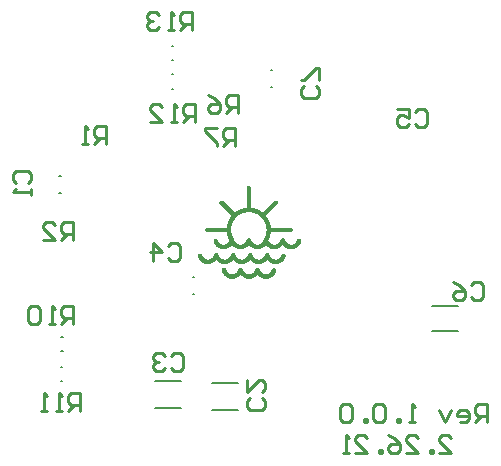
<source format=gbo>
G04*
G04 #@! TF.GenerationSoftware,Altium Limited,Altium Designer,21.0.9 (235)*
G04*
G04 Layer_Color=32896*
%FSLAX25Y25*%
%MOIN*%
G70*
G04*
G04 #@! TF.SameCoordinates,16CFF4CE-520A-4318-93EF-9E40710CEDB3*
G04*
G04*
G04 #@! TF.FilePolarity,Positive*
G04*
G01*
G75*
%ADD13C,0.00787*%
%ADD14C,0.01000*%
G36*
X458018Y364069D02*
X458287D01*
Y364002D01*
X458355D01*
Y363935D01*
X458489D01*
Y363867D01*
Y363800D01*
X458557D01*
Y363732D01*
X458624D01*
Y363665D01*
Y363598D01*
Y363530D01*
X458691D01*
Y363463D01*
Y363396D01*
Y363328D01*
Y363261D01*
Y363193D01*
Y363126D01*
Y363059D01*
Y362991D01*
Y362924D01*
Y362856D01*
Y362789D01*
Y362722D01*
Y362654D01*
Y362587D01*
Y362520D01*
Y362452D01*
Y362385D01*
Y362317D01*
Y362250D01*
Y362183D01*
Y362115D01*
Y362048D01*
Y361981D01*
Y361913D01*
Y361846D01*
Y361778D01*
Y361711D01*
Y361644D01*
Y361576D01*
Y361509D01*
Y361441D01*
Y361374D01*
Y361307D01*
Y361239D01*
Y361172D01*
Y361104D01*
Y361037D01*
Y360970D01*
Y360902D01*
Y360835D01*
Y360768D01*
Y360700D01*
Y360633D01*
Y360565D01*
Y360498D01*
Y360431D01*
Y360363D01*
Y360296D01*
Y360228D01*
Y360161D01*
Y360094D01*
Y360026D01*
Y359959D01*
Y359892D01*
Y359824D01*
Y359757D01*
Y359689D01*
Y359622D01*
Y359555D01*
Y359487D01*
Y359420D01*
Y359352D01*
Y359285D01*
Y359218D01*
Y359150D01*
Y359083D01*
Y359016D01*
Y358948D01*
Y358881D01*
Y358814D01*
Y358746D01*
Y358679D01*
Y358611D01*
Y358544D01*
Y358477D01*
Y358409D01*
Y358342D01*
Y358274D01*
Y358207D01*
Y358140D01*
Y358072D01*
Y358005D01*
Y357938D01*
Y357870D01*
Y357803D01*
Y357735D01*
Y357668D01*
Y357601D01*
Y357533D01*
Y357466D01*
Y357398D01*
Y357331D01*
Y357264D01*
Y357196D01*
Y357129D01*
Y357062D01*
Y356994D01*
Y356927D01*
Y356859D01*
X458961D01*
Y356792D01*
X459365D01*
Y356725D01*
X459702D01*
Y356657D01*
X459972D01*
Y356590D01*
X460174D01*
Y356522D01*
X460376D01*
Y356455D01*
X460578D01*
Y356388D01*
X460780D01*
Y356320D01*
X460915D01*
Y356253D01*
X461050D01*
Y356186D01*
X461185D01*
Y356118D01*
X461319D01*
Y356051D01*
X461454D01*
Y355983D01*
X461589D01*
Y355916D01*
X461724D01*
Y355849D01*
X461791D01*
Y355781D01*
X461926D01*
Y355714D01*
X461993D01*
Y355646D01*
X462128D01*
Y355579D01*
X462263D01*
Y355512D01*
X462330D01*
Y355444D01*
X462397D01*
Y355377D01*
X462465D01*
Y355310D01*
X462600D01*
Y355242D01*
X462667D01*
Y355310D01*
X462734D01*
Y355377D01*
X462802D01*
Y355444D01*
X462869D01*
Y355512D01*
X462936D01*
Y355579D01*
X463004D01*
Y355646D01*
X463071D01*
Y355714D01*
X463139D01*
Y355781D01*
X463206D01*
Y355849D01*
X463273D01*
Y355916D01*
X463341D01*
Y355983D01*
X463408D01*
Y356051D01*
X463476D01*
Y356118D01*
X463543D01*
Y356186D01*
X463610D01*
Y356253D01*
X463678D01*
Y356320D01*
X463745D01*
Y356388D01*
X463812D01*
Y356455D01*
X463880D01*
Y356522D01*
X463947D01*
Y356590D01*
X464015D01*
Y356657D01*
X464082D01*
Y356725D01*
X464149D01*
Y356792D01*
X464217D01*
Y356859D01*
X464284D01*
Y356927D01*
X464352D01*
Y356994D01*
X464419D01*
Y357062D01*
X464486D01*
Y357129D01*
X464554D01*
Y357196D01*
X464621D01*
Y357264D01*
X464688D01*
Y357331D01*
X464756D01*
Y357398D01*
X464823D01*
Y357466D01*
X464891D01*
Y357533D01*
X464958D01*
Y357601D01*
X465025D01*
Y357668D01*
X465093D01*
Y357735D01*
X465160D01*
Y357803D01*
X465228D01*
Y357870D01*
X465295D01*
Y357938D01*
X465362D01*
Y358005D01*
X465430D01*
Y358072D01*
X465497D01*
Y358140D01*
X465564D01*
Y358207D01*
X465632D01*
Y358274D01*
X465699D01*
Y358342D01*
X465767D01*
Y358409D01*
X465834D01*
Y358477D01*
X465901D01*
Y358544D01*
X465969D01*
Y358611D01*
X466036D01*
Y358679D01*
X466104D01*
Y358746D01*
X466171D01*
Y358814D01*
X466238D01*
Y358881D01*
X466306D01*
Y358948D01*
X466373D01*
Y359016D01*
X466440D01*
Y359083D01*
X466575D01*
Y359150D01*
X466643D01*
Y359218D01*
X466845D01*
Y359285D01*
X467114D01*
Y359218D01*
X467316D01*
Y359150D01*
X467451D01*
Y359083D01*
X467519D01*
Y359016D01*
X467586D01*
Y358948D01*
X467653D01*
Y358881D01*
Y358814D01*
X467721D01*
Y358746D01*
Y358679D01*
Y358611D01*
Y358544D01*
X467788D01*
Y358477D01*
X467721D01*
Y358409D01*
Y358342D01*
Y358274D01*
Y358207D01*
X467653D01*
Y358140D01*
Y358072D01*
X467586D01*
Y358005D01*
X467519D01*
Y357938D01*
X467451D01*
Y357870D01*
X467384D01*
Y357803D01*
X467316D01*
Y357735D01*
X467249D01*
Y357668D01*
X467182D01*
Y357601D01*
X467114D01*
Y357533D01*
X467047D01*
Y357466D01*
X466980D01*
Y357398D01*
X466912D01*
Y357331D01*
X466845D01*
Y357264D01*
X466777D01*
Y357196D01*
X466710D01*
Y357129D01*
X466643D01*
Y357062D01*
X466575D01*
Y356994D01*
X466508D01*
Y356927D01*
X466440D01*
Y356859D01*
X466373D01*
Y356792D01*
X466306D01*
Y356725D01*
X466238D01*
Y356657D01*
X466171D01*
Y356590D01*
X466104D01*
Y356522D01*
X466036D01*
Y356455D01*
X465969D01*
Y356388D01*
X465901D01*
Y356320D01*
X465834D01*
Y356253D01*
X465767D01*
Y356186D01*
X465699D01*
Y356118D01*
X465632D01*
Y356051D01*
X465564D01*
Y355983D01*
X465497D01*
Y355916D01*
X465430D01*
Y355849D01*
X465362D01*
Y355781D01*
X465295D01*
Y355714D01*
X465228D01*
Y355646D01*
X465160D01*
Y355579D01*
X465093D01*
Y355512D01*
X465025D01*
Y355444D01*
X464958D01*
Y355377D01*
X464891D01*
Y355310D01*
X464823D01*
Y355242D01*
X464756D01*
Y355175D01*
X464688D01*
Y355107D01*
X464621D01*
Y355040D01*
X464554D01*
Y354973D01*
X464486D01*
Y354905D01*
X464419D01*
Y354838D01*
X464352D01*
Y354770D01*
X464284D01*
Y354703D01*
X464217D01*
Y354636D01*
X464149D01*
Y354568D01*
X464082D01*
Y354501D01*
X464015D01*
Y354434D01*
X463947D01*
Y354366D01*
X463880D01*
Y354299D01*
X463812D01*
Y354231D01*
X463745D01*
Y354164D01*
Y354097D01*
X463812D01*
Y354029D01*
Y353962D01*
X463880D01*
Y353894D01*
X463947D01*
Y353827D01*
X464015D01*
Y353760D01*
Y353692D01*
X464082D01*
Y353625D01*
X464149D01*
Y353558D01*
Y353490D01*
X464217D01*
Y353423D01*
X464284D01*
Y353356D01*
Y353288D01*
X464352D01*
Y353221D01*
Y353153D01*
X464419D01*
Y353086D01*
X464486D01*
Y353019D01*
Y352951D01*
X464554D01*
Y352884D01*
Y352816D01*
X464621D01*
Y352749D01*
Y352682D01*
X464688D01*
Y352614D01*
Y352547D01*
X464756D01*
Y352480D01*
Y352412D01*
X464823D01*
Y352345D01*
Y352277D01*
Y352210D01*
X464891D01*
Y352143D01*
Y352075D01*
Y352008D01*
X464958D01*
Y351940D01*
Y351873D01*
X465025D01*
Y351806D01*
Y351738D01*
Y351671D01*
Y351604D01*
X465093D01*
Y351536D01*
Y351469D01*
Y351401D01*
X465160D01*
Y351334D01*
Y351267D01*
Y351199D01*
Y351132D01*
X465228D01*
Y351064D01*
Y350997D01*
Y350930D01*
Y350862D01*
Y350795D01*
X465295D01*
Y350728D01*
Y350660D01*
Y350593D01*
Y350525D01*
Y350458D01*
Y350391D01*
Y350323D01*
X465362D01*
Y350256D01*
X471898D01*
Y350188D01*
X472168D01*
Y350121D01*
X472235D01*
Y350054D01*
X472370D01*
Y349986D01*
Y349919D01*
X472437D01*
Y349852D01*
X472505D01*
Y349784D01*
Y349717D01*
X472572D01*
Y349649D01*
Y349582D01*
Y349515D01*
Y349447D01*
Y349380D01*
Y349312D01*
Y349245D01*
X472505D01*
Y349178D01*
Y349110D01*
X472437D01*
Y349043D01*
Y348976D01*
X472370D01*
Y348908D01*
X472235D01*
Y348841D01*
X472168D01*
Y348773D01*
X471966D01*
Y348706D01*
X465295D01*
Y348639D01*
Y348571D01*
Y348504D01*
Y348436D01*
Y348369D01*
Y348302D01*
X465228D01*
Y348234D01*
Y348167D01*
Y348100D01*
Y348032D01*
Y347965D01*
X465160D01*
Y347898D01*
Y347830D01*
Y347763D01*
Y347695D01*
X465093D01*
Y347628D01*
Y347561D01*
Y347493D01*
Y347426D01*
X465025D01*
Y347358D01*
Y347291D01*
Y347224D01*
X464958D01*
Y347156D01*
Y347089D01*
Y347022D01*
X464891D01*
Y346954D01*
Y346887D01*
Y346819D01*
X464823D01*
Y346752D01*
Y346685D01*
X464756D01*
Y346617D01*
Y346550D01*
Y346482D01*
X464688D01*
Y346415D01*
Y346348D01*
X464621D01*
Y346280D01*
Y346213D01*
X464554D01*
Y346146D01*
Y346078D01*
X464486D01*
Y346011D01*
Y345943D01*
Y345876D01*
X464554D01*
Y345809D01*
Y345741D01*
X464621D01*
Y345674D01*
Y345606D01*
X464688D01*
Y345539D01*
X464756D01*
Y345472D01*
Y345404D01*
X464823D01*
Y345337D01*
X464891D01*
Y345269D01*
X464958D01*
Y345202D01*
X465025D01*
Y345135D01*
X465093D01*
Y345067D01*
X465160D01*
Y345000D01*
X465228D01*
Y344933D01*
X465362D01*
Y344865D01*
X465430D01*
Y344798D01*
X465564D01*
Y344730D01*
X465767D01*
Y344663D01*
X465901D01*
Y344596D01*
X466306D01*
Y344528D01*
X466643D01*
Y344596D01*
X466980D01*
Y344663D01*
X467182D01*
Y344730D01*
X467316D01*
Y344798D01*
X467451D01*
Y344865D01*
X467586D01*
Y344933D01*
X467653D01*
Y345000D01*
X467721D01*
Y345067D01*
X467788D01*
Y345135D01*
X467923D01*
Y345202D01*
X467990D01*
Y345269D01*
X468058D01*
Y345337D01*
Y345404D01*
X468125D01*
Y345472D01*
X468192D01*
Y345539D01*
X468260D01*
Y345606D01*
Y345674D01*
X468327D01*
Y345741D01*
Y345809D01*
X468395D01*
Y345876D01*
Y345943D01*
X468462D01*
Y346011D01*
Y346078D01*
X468529D01*
Y346146D01*
Y346213D01*
X468597D01*
Y346280D01*
Y346348D01*
X468664D01*
Y346415D01*
Y346482D01*
X468731D01*
Y346550D01*
X468799D01*
Y346617D01*
X468934D01*
Y346685D01*
X469203D01*
Y346752D01*
X469338D01*
Y346685D01*
X469607D01*
Y346617D01*
X469742D01*
Y346550D01*
X469810D01*
Y346482D01*
X469877D01*
Y346415D01*
X469944D01*
Y346348D01*
Y346280D01*
X470012D01*
Y346213D01*
Y346146D01*
X470079D01*
Y346078D01*
Y346011D01*
Y345943D01*
X470147D01*
Y345876D01*
Y345809D01*
X470214D01*
Y345741D01*
Y345674D01*
X470281D01*
Y345606D01*
X470349D01*
Y345539D01*
Y345472D01*
X470416D01*
Y345404D01*
X470483D01*
Y345337D01*
X470551D01*
Y345269D01*
X470618D01*
Y345202D01*
X470685D01*
Y345135D01*
X470753D01*
Y345067D01*
X470820D01*
Y345000D01*
X470888D01*
Y344933D01*
X471023D01*
Y344865D01*
X471090D01*
Y344798D01*
X471225D01*
Y344730D01*
X471359D01*
Y344663D01*
X471561D01*
Y344596D01*
X471966D01*
Y344528D01*
X472303D01*
Y344596D01*
X472707D01*
Y344663D01*
X472909D01*
Y344730D01*
X473044D01*
Y344798D01*
X473179D01*
Y344865D01*
X473246D01*
Y344933D01*
X473314D01*
Y345000D01*
X473381D01*
Y345067D01*
X473448D01*
Y345135D01*
X473516D01*
Y345202D01*
X473583D01*
Y345269D01*
X473650D01*
Y345337D01*
X473718D01*
Y345404D01*
Y345472D01*
X473785D01*
Y345539D01*
Y345606D01*
X473852D01*
Y345674D01*
Y345741D01*
X473920D01*
Y345809D01*
Y345876D01*
Y345943D01*
X473987D01*
Y346011D01*
Y346078D01*
X474055D01*
Y346146D01*
Y346213D01*
X474122D01*
Y346280D01*
X474190D01*
Y346348D01*
X474257D01*
Y346415D01*
X474392D01*
Y346482D01*
X474594D01*
Y346550D01*
X474728D01*
Y346482D01*
X474998D01*
Y346415D01*
X475133D01*
Y346348D01*
X475200D01*
Y346280D01*
X475268D01*
Y346213D01*
X475335D01*
Y346146D01*
X475402D01*
Y346078D01*
Y346011D01*
Y345943D01*
X475470D01*
Y345876D01*
Y345809D01*
Y345741D01*
Y345674D01*
Y345606D01*
X475402D01*
Y345539D01*
Y345472D01*
Y345404D01*
X475335D01*
Y345337D01*
Y345269D01*
Y345202D01*
X475268D01*
Y345135D01*
Y345067D01*
X475200D01*
Y345000D01*
Y344933D01*
X475133D01*
Y344865D01*
Y344798D01*
X475065D01*
Y344730D01*
Y344663D01*
X474998D01*
Y344596D01*
X474931D01*
Y344528D01*
Y344461D01*
X474863D01*
Y344394D01*
X474796D01*
Y344326D01*
X474728D01*
Y344259D01*
Y344191D01*
X474661D01*
Y344124D01*
X474594D01*
Y344057D01*
X474526D01*
Y343989D01*
X474459D01*
Y343922D01*
X474392D01*
Y343854D01*
X474324D01*
Y343787D01*
X474257D01*
Y343720D01*
X474122D01*
Y343652D01*
X474055D01*
Y343585D01*
X473920D01*
Y343518D01*
X473852D01*
Y343450D01*
X473718D01*
Y343383D01*
X473583D01*
Y343315D01*
X473381D01*
Y343248D01*
X473246D01*
Y343181D01*
X472977D01*
Y343113D01*
X472707D01*
Y343046D01*
X471561D01*
Y343113D01*
X471225D01*
Y343181D01*
X471023D01*
Y343248D01*
X470820D01*
Y343315D01*
X470685D01*
Y343383D01*
X470551D01*
Y343450D01*
X470416D01*
Y343518D01*
X470281D01*
Y343585D01*
X470147D01*
Y343652D01*
X470079D01*
Y343720D01*
X470012D01*
Y343787D01*
X469877D01*
Y343854D01*
X469810D01*
Y343922D01*
X469742D01*
Y343989D01*
X469675D01*
Y344057D01*
X469607D01*
Y344124D01*
X469540D01*
Y344191D01*
X469473D01*
Y344259D01*
X469405D01*
Y344326D01*
X469338D01*
Y344394D01*
X469203D01*
Y344326D01*
X469136D01*
Y344259D01*
X469068D01*
Y344191D01*
X469001D01*
Y344124D01*
X468934D01*
Y344057D01*
X468866D01*
Y343989D01*
X468799D01*
Y343922D01*
X468731D01*
Y343854D01*
X468664D01*
Y343787D01*
X468597D01*
Y343720D01*
X468462D01*
Y343652D01*
X468395D01*
Y343585D01*
X468260D01*
Y343518D01*
X468125D01*
Y343450D01*
X468058D01*
Y343383D01*
X467923D01*
Y343315D01*
X467721D01*
Y343248D01*
X467519D01*
Y343181D01*
X467316D01*
Y343113D01*
X466980D01*
Y343046D01*
X465901D01*
Y343113D01*
X465564D01*
Y343181D01*
X465362D01*
Y343248D01*
X465160D01*
Y343315D01*
X465025D01*
Y343383D01*
X464891D01*
Y343450D01*
X464756D01*
Y343518D01*
X464621D01*
Y343585D01*
X464554D01*
Y343652D01*
X464419D01*
Y343720D01*
X464352D01*
Y343787D01*
X464284D01*
Y343854D01*
X464149D01*
Y343922D01*
X464082D01*
Y343989D01*
X464015D01*
Y344057D01*
X463947D01*
Y344124D01*
X463880D01*
Y344191D01*
X463812D01*
Y344259D01*
X463745D01*
Y344326D01*
X463678D01*
Y344394D01*
X463543D01*
Y344326D01*
Y344259D01*
X463476D01*
Y344191D01*
X463408D01*
Y344124D01*
X463341D01*
Y344057D01*
X463273D01*
Y343989D01*
X463206D01*
Y343922D01*
X463071D01*
Y343854D01*
X463004D01*
Y343787D01*
X462936D01*
Y343720D01*
X462869D01*
Y343652D01*
X462734D01*
Y343585D01*
X462600D01*
Y343518D01*
X462532D01*
Y343450D01*
X462397D01*
Y343383D01*
X462263D01*
Y343315D01*
X462128D01*
Y343248D01*
X461926D01*
Y343181D01*
X461724D01*
Y343113D01*
X461387D01*
Y343046D01*
X460241D01*
Y343113D01*
X459972D01*
Y343181D01*
X459702D01*
Y343248D01*
X459567D01*
Y343315D01*
X459365D01*
Y343383D01*
X459231D01*
Y343450D01*
X459096D01*
Y343518D01*
X459028D01*
Y343585D01*
X458894D01*
Y343652D01*
X458826D01*
Y343720D01*
X458691D01*
Y343787D01*
X458624D01*
Y343854D01*
X458557D01*
Y343922D01*
X458489D01*
Y343989D01*
X458355D01*
Y344057D01*
X458287D01*
Y344124D01*
X458220D01*
Y344191D01*
X458152D01*
Y344259D01*
Y344326D01*
X458085D01*
Y344394D01*
X457950D01*
Y344326D01*
X457883D01*
Y344259D01*
X457815D01*
Y344191D01*
X457748D01*
Y344124D01*
X457681D01*
Y344057D01*
X457613D01*
Y343989D01*
X457546D01*
Y343922D01*
X457479D01*
Y343854D01*
X457411D01*
Y343787D01*
X457276D01*
Y343720D01*
X457209D01*
Y343652D01*
X457074D01*
Y343585D01*
X457007D01*
Y343518D01*
X456872D01*
Y343450D01*
X456737D01*
Y343383D01*
X456602D01*
Y343315D01*
X456468D01*
Y343248D01*
X456266D01*
Y343181D01*
X456064D01*
Y343113D01*
X455727D01*
Y343046D01*
X454648D01*
Y343113D01*
X454312D01*
Y343181D01*
X454109D01*
Y343248D01*
X453907D01*
Y343315D01*
X453772D01*
Y343383D01*
X453570D01*
Y343450D01*
X453503D01*
Y343518D01*
X453368D01*
Y343585D01*
X453233D01*
Y343652D01*
X453166D01*
Y343720D01*
X453099D01*
Y343787D01*
X452964D01*
Y343854D01*
X452896D01*
Y343922D01*
X452829D01*
Y343989D01*
X452762D01*
Y344057D01*
X452694D01*
Y344124D01*
X452627D01*
Y344191D01*
X452560D01*
Y344259D01*
X452492D01*
Y344326D01*
X452425D01*
Y344394D01*
X452290D01*
Y344326D01*
X452223D01*
Y344259D01*
X452155D01*
Y344191D01*
X452088D01*
Y344124D01*
X452021D01*
Y344057D01*
X451953D01*
Y343989D01*
X451886D01*
Y343922D01*
X451818D01*
Y343854D01*
X451751D01*
Y343787D01*
X451616D01*
Y343720D01*
X451549D01*
Y343652D01*
X451481D01*
Y343585D01*
X451347D01*
Y343518D01*
X451212D01*
Y343450D01*
X451145D01*
Y343383D01*
X450942D01*
Y343315D01*
X450808D01*
Y343248D01*
X450605D01*
Y343181D01*
X450403D01*
Y343113D01*
X450066D01*
Y343046D01*
X448921D01*
Y343113D01*
X448651D01*
Y343181D01*
X448382D01*
Y343248D01*
X448247D01*
Y343315D01*
X448045D01*
Y343383D01*
X447910D01*
Y343450D01*
X447775D01*
Y343518D01*
X447708D01*
Y343585D01*
X447573D01*
Y343652D01*
X447506D01*
Y343720D01*
X447371D01*
Y343787D01*
X447304D01*
Y343854D01*
X447236D01*
Y343922D01*
X447169D01*
Y343989D01*
X447102D01*
Y344057D01*
X447034D01*
Y344124D01*
X446967D01*
Y344191D01*
X446899D01*
Y344259D01*
Y344326D01*
X446832D01*
Y344394D01*
X446765D01*
Y344461D01*
X446697D01*
Y344528D01*
Y344596D01*
X446630D01*
Y344663D01*
Y344730D01*
X446562D01*
Y344798D01*
X446495D01*
Y344865D01*
Y344933D01*
X446428D01*
Y345000D01*
Y345067D01*
X446360D01*
Y345135D01*
Y345202D01*
Y345269D01*
X446293D01*
Y345337D01*
Y345404D01*
X446226D01*
Y345472D01*
Y345539D01*
Y345606D01*
Y345674D01*
X446158D01*
Y345741D01*
Y345809D01*
Y345876D01*
X446226D01*
Y345943D01*
Y346011D01*
Y346078D01*
Y346146D01*
X446293D01*
Y346213D01*
X446360D01*
Y346280D01*
X446428D01*
Y346348D01*
X446495D01*
Y346415D01*
X446630D01*
Y346482D01*
X446899D01*
Y346550D01*
X447034D01*
Y346482D01*
X447236D01*
Y346415D01*
X447371D01*
Y346348D01*
X447438D01*
Y346280D01*
X447506D01*
Y346213D01*
X447573D01*
Y346146D01*
Y346078D01*
X447641D01*
Y346011D01*
Y345943D01*
X447708D01*
Y345876D01*
Y345809D01*
X447775D01*
Y345741D01*
Y345674D01*
Y345606D01*
X447843D01*
Y345539D01*
Y345472D01*
X447910D01*
Y345404D01*
X447977D01*
Y345337D01*
Y345269D01*
X448045D01*
Y345202D01*
X448112D01*
Y345135D01*
X448180D01*
Y345067D01*
X448247D01*
Y345000D01*
X448315D01*
Y344933D01*
X448382D01*
Y344865D01*
X448517D01*
Y344798D01*
X448584D01*
Y344730D01*
X448719D01*
Y344663D01*
X448921D01*
Y344596D01*
X449325D01*
Y344528D01*
X449729D01*
Y344596D01*
X450066D01*
Y344663D01*
X450269D01*
Y344730D01*
X450403D01*
Y344798D01*
X450538D01*
Y344865D01*
X450673D01*
Y344933D01*
X450740D01*
Y345000D01*
X450808D01*
Y345067D01*
X450875D01*
Y345135D01*
X451010D01*
Y345202D01*
Y345269D01*
X451077D01*
Y345337D01*
X451145D01*
Y345404D01*
X451212D01*
Y345472D01*
X451279D01*
Y345539D01*
Y345606D01*
X451347D01*
Y345674D01*
X451414D01*
Y345741D01*
Y345809D01*
X451481D01*
Y345876D01*
Y345943D01*
Y346011D01*
Y346078D01*
X451414D01*
Y346146D01*
Y346213D01*
X451347D01*
Y346280D01*
Y346348D01*
X451279D01*
Y346415D01*
Y346482D01*
X451212D01*
Y346550D01*
Y346617D01*
X451145D01*
Y346685D01*
Y346752D01*
Y346819D01*
X451077D01*
Y346887D01*
Y346954D01*
X451010D01*
Y347022D01*
Y347089D01*
Y347156D01*
X450942D01*
Y347224D01*
Y347291D01*
X450875D01*
Y347358D01*
Y347426D01*
Y347493D01*
Y347561D01*
X450808D01*
Y347628D01*
Y347695D01*
Y347763D01*
Y347830D01*
X450740D01*
Y347898D01*
Y347965D01*
Y348032D01*
X450673D01*
Y348100D01*
Y348167D01*
Y348234D01*
Y348302D01*
Y348369D01*
Y348436D01*
X450605D01*
Y348504D01*
Y348571D01*
Y348639D01*
Y348706D01*
X444002D01*
Y348773D01*
X443800D01*
Y348841D01*
X443665D01*
Y348908D01*
X443598D01*
Y348976D01*
X443530D01*
Y349043D01*
Y349110D01*
X443463D01*
Y349178D01*
X443396D01*
Y349245D01*
Y349312D01*
Y349380D01*
Y349447D01*
Y349515D01*
Y349582D01*
Y349649D01*
Y349717D01*
Y349784D01*
X443463D01*
Y349852D01*
X443530D01*
Y349919D01*
Y349986D01*
X443598D01*
Y350054D01*
X443732D01*
Y350121D01*
X443800D01*
Y350188D01*
X444069D01*
Y350256D01*
X450605D01*
Y350323D01*
Y350391D01*
Y350458D01*
Y350525D01*
Y350593D01*
Y350660D01*
X450673D01*
Y350728D01*
Y350795D01*
Y350862D01*
Y350930D01*
Y350997D01*
X450740D01*
Y351064D01*
Y351132D01*
Y351199D01*
Y351267D01*
Y351334D01*
X450808D01*
Y351401D01*
Y351469D01*
Y351536D01*
X450875D01*
Y351604D01*
Y351671D01*
Y351738D01*
Y351806D01*
X450942D01*
Y351873D01*
Y351940D01*
X451010D01*
Y352008D01*
Y352075D01*
Y352143D01*
X451077D01*
Y352210D01*
Y352277D01*
Y352345D01*
X451145D01*
Y352412D01*
Y352480D01*
X451212D01*
Y352547D01*
Y352614D01*
X451279D01*
Y352682D01*
Y352749D01*
X451347D01*
Y352816D01*
Y352884D01*
X451414D01*
Y352951D01*
Y353019D01*
X451481D01*
Y353086D01*
Y353153D01*
X451549D01*
Y353221D01*
Y353288D01*
X451616D01*
Y353356D01*
X451684D01*
Y353423D01*
Y353490D01*
X451751D01*
Y353558D01*
X451818D01*
Y353625D01*
Y353692D01*
X451886D01*
Y353760D01*
X451953D01*
Y353827D01*
Y353894D01*
X452021D01*
Y353962D01*
X452088D01*
Y354029D01*
X452155D01*
Y354097D01*
Y354164D01*
Y354231D01*
X452088D01*
Y354299D01*
X452021D01*
Y354366D01*
X451953D01*
Y354434D01*
X451886D01*
Y354501D01*
X451818D01*
Y354568D01*
X451751D01*
Y354636D01*
X451684D01*
Y354703D01*
X451616D01*
Y354770D01*
X451549D01*
Y354838D01*
X451481D01*
Y354905D01*
X451414D01*
Y354973D01*
X451347D01*
Y355040D01*
X451279D01*
Y355107D01*
X451212D01*
Y355175D01*
X451145D01*
Y355242D01*
X451077D01*
Y355310D01*
X451010D01*
Y355377D01*
X450942D01*
Y355444D01*
X450875D01*
Y355512D01*
X450808D01*
Y355579D01*
X450740D01*
Y355646D01*
X450673D01*
Y355714D01*
X450605D01*
Y355781D01*
X450538D01*
Y355849D01*
X450471D01*
Y355916D01*
X450403D01*
Y355983D01*
X450336D01*
Y356051D01*
X450269D01*
Y356118D01*
X450201D01*
Y356186D01*
X450134D01*
Y356253D01*
X450066D01*
Y356320D01*
X449999D01*
Y356388D01*
X449932D01*
Y356455D01*
X449864D01*
Y356522D01*
X449797D01*
Y356590D01*
X449729D01*
Y356657D01*
X449662D01*
Y356725D01*
X449595D01*
Y356792D01*
X449527D01*
Y356859D01*
X449460D01*
Y356927D01*
X449393D01*
Y356994D01*
X449325D01*
Y357062D01*
X449258D01*
Y357129D01*
X449190D01*
Y357196D01*
X449123D01*
Y357264D01*
X449056D01*
Y357331D01*
X448988D01*
Y357398D01*
X448921D01*
Y357466D01*
X448853D01*
Y357533D01*
X448786D01*
Y357601D01*
X448719D01*
Y357668D01*
X448651D01*
Y357735D01*
X448584D01*
Y357803D01*
X448517D01*
Y357870D01*
X448449D01*
Y357938D01*
X448382D01*
Y358005D01*
Y358072D01*
X448315D01*
Y358140D01*
X448247D01*
Y358207D01*
Y358274D01*
X448180D01*
Y358342D01*
Y358409D01*
Y358477D01*
Y358544D01*
Y358611D01*
Y358679D01*
Y358746D01*
X448247D01*
Y358814D01*
Y358881D01*
X448315D01*
Y358948D01*
Y359016D01*
X448382D01*
Y359083D01*
X448449D01*
Y359150D01*
X448584D01*
Y359218D01*
X448786D01*
Y359285D01*
X449056D01*
Y359218D01*
X449258D01*
Y359150D01*
X449393D01*
Y359083D01*
X449460D01*
Y359016D01*
X449527D01*
Y358948D01*
X449595D01*
Y358881D01*
X449662D01*
Y358814D01*
X449729D01*
Y358746D01*
X449797D01*
Y358679D01*
X449864D01*
Y358611D01*
X449932D01*
Y358544D01*
X449999D01*
Y358477D01*
X450066D01*
Y358409D01*
X450134D01*
Y358342D01*
X450201D01*
Y358274D01*
X450269D01*
Y358207D01*
X450336D01*
Y358140D01*
X450403D01*
Y358072D01*
X450471D01*
Y358005D01*
X450538D01*
Y357938D01*
X450605D01*
Y357870D01*
X450673D01*
Y357803D01*
X450740D01*
Y357735D01*
X450808D01*
Y357668D01*
X450875D01*
Y357601D01*
X450942D01*
Y357533D01*
X451010D01*
Y357466D01*
X451077D01*
Y357398D01*
X451145D01*
Y357331D01*
X451212D01*
Y357264D01*
X451279D01*
Y357196D01*
X451347D01*
Y357129D01*
X451414D01*
Y357062D01*
X451481D01*
Y356994D01*
X451549D01*
Y356927D01*
X451616D01*
Y356859D01*
X451684D01*
Y356792D01*
X451751D01*
Y356725D01*
X451818D01*
Y356657D01*
X451886D01*
Y356590D01*
X451953D01*
Y356522D01*
X452021D01*
Y356455D01*
X452088D01*
Y356388D01*
X452155D01*
Y356320D01*
X452223D01*
Y356253D01*
X452290D01*
Y356186D01*
X452357D01*
Y356118D01*
X452425D01*
Y356051D01*
X452492D01*
Y355983D01*
X452560D01*
Y355916D01*
X452627D01*
Y355849D01*
X452694D01*
Y355781D01*
X452762D01*
Y355714D01*
X452829D01*
Y355646D01*
X452896D01*
Y355579D01*
X452964D01*
Y355512D01*
X453031D01*
Y355444D01*
X453099D01*
Y355377D01*
X453166D01*
Y355310D01*
X453233D01*
Y355242D01*
X453368D01*
Y355310D01*
X453436D01*
Y355377D01*
X453503D01*
Y355444D01*
X453638D01*
Y355512D01*
X453705D01*
Y355579D01*
X453772D01*
Y355646D01*
X453907D01*
Y355714D01*
X453975D01*
Y355781D01*
X454109D01*
Y355849D01*
X454244D01*
Y355916D01*
X454379D01*
Y355983D01*
X454446D01*
Y356051D01*
X454581D01*
Y356118D01*
X454716D01*
Y356186D01*
X454851D01*
Y356253D01*
X454985D01*
Y356320D01*
X455188D01*
Y356388D01*
X455322D01*
Y356455D01*
X455524D01*
Y356522D01*
X455727D01*
Y356590D01*
X455996D01*
Y356657D01*
X456198D01*
Y356725D01*
X456535D01*
Y356792D01*
X456940D01*
Y356859D01*
X457209D01*
Y356927D01*
Y356994D01*
Y357062D01*
Y357129D01*
Y357196D01*
Y357264D01*
Y357331D01*
Y357398D01*
Y357466D01*
Y357533D01*
Y357601D01*
Y357668D01*
Y357735D01*
Y357803D01*
Y357870D01*
Y357938D01*
Y358005D01*
Y358072D01*
Y358140D01*
Y358207D01*
Y358274D01*
Y358342D01*
Y358409D01*
Y358477D01*
Y358544D01*
Y358611D01*
Y358679D01*
Y358746D01*
Y358814D01*
Y358881D01*
Y358948D01*
Y359016D01*
Y359083D01*
Y359150D01*
Y359218D01*
Y359285D01*
Y359352D01*
Y359420D01*
Y359487D01*
Y359555D01*
Y359622D01*
Y359689D01*
Y359757D01*
Y359824D01*
Y359892D01*
Y359959D01*
Y360026D01*
Y360094D01*
Y360161D01*
Y360228D01*
Y360296D01*
Y360363D01*
Y360431D01*
Y360498D01*
Y360565D01*
Y360633D01*
Y360700D01*
Y360768D01*
Y360835D01*
Y360902D01*
Y360970D01*
Y361037D01*
Y361104D01*
Y361172D01*
Y361239D01*
Y361307D01*
Y361374D01*
Y361441D01*
Y361509D01*
Y361576D01*
Y361644D01*
Y361711D01*
Y361778D01*
Y361846D01*
Y361913D01*
Y361981D01*
Y362048D01*
Y362115D01*
Y362183D01*
Y362250D01*
Y362317D01*
Y362385D01*
Y362452D01*
Y362520D01*
Y362587D01*
Y362654D01*
Y362722D01*
Y362789D01*
Y362856D01*
Y362924D01*
Y362991D01*
Y363059D01*
Y363126D01*
Y363193D01*
Y363261D01*
Y363328D01*
Y363396D01*
Y363463D01*
Y363530D01*
Y363598D01*
Y363665D01*
X457276D01*
Y363732D01*
X457344D01*
Y363800D01*
Y363867D01*
X457411D01*
Y363935D01*
X457479D01*
Y364002D01*
X457613D01*
Y364069D01*
X457883D01*
Y364137D01*
X458018D01*
Y364069D01*
D02*
G37*
G36*
X464352Y341698D02*
X464486D01*
Y341631D01*
X464554D01*
Y341564D01*
X464621D01*
Y341496D01*
X464688D01*
Y341429D01*
X464756D01*
Y341361D01*
Y341294D01*
X464823D01*
Y341227D01*
Y341159D01*
X464891D01*
Y341092D01*
Y341024D01*
X464958D01*
Y340957D01*
Y340890D01*
X465025D01*
Y340822D01*
Y340755D01*
X465093D01*
Y340687D01*
Y340620D01*
X465160D01*
Y340553D01*
X465228D01*
Y340485D01*
X465295D01*
Y340418D01*
Y340351D01*
X465362D01*
Y340283D01*
X465430D01*
Y340216D01*
X465497D01*
Y340148D01*
X465564D01*
Y340081D01*
X465699D01*
Y340014D01*
X465767D01*
Y339946D01*
X465834D01*
Y339879D01*
X465969D01*
Y339811D01*
X466104D01*
Y339744D01*
X466306D01*
Y339677D01*
X466575D01*
Y339609D01*
X467316D01*
Y339677D01*
X467586D01*
Y339744D01*
X467721D01*
Y339811D01*
X467856D01*
Y339879D01*
X467990D01*
Y339946D01*
X468058D01*
Y340014D01*
X468125D01*
Y340081D01*
X468260D01*
Y340148D01*
X468327D01*
Y340216D01*
Y340283D01*
X468395D01*
Y340351D01*
X468462D01*
Y340418D01*
X468529D01*
Y340485D01*
Y340553D01*
X468597D01*
Y340620D01*
Y340687D01*
X468664D01*
Y340755D01*
Y340822D01*
X468731D01*
Y340890D01*
Y340957D01*
Y341024D01*
X468799D01*
Y341092D01*
Y341159D01*
X468866D01*
Y341227D01*
X468934D01*
Y341294D01*
Y341361D01*
X469001D01*
Y341429D01*
X469136D01*
Y341496D01*
X469271D01*
Y341564D01*
X469810D01*
Y341496D01*
X469877D01*
Y341429D01*
X470012D01*
Y341361D01*
X470079D01*
Y341294D01*
X470147D01*
Y341227D01*
Y341159D01*
X470214D01*
Y341092D01*
Y341024D01*
Y340957D01*
X470281D01*
Y340890D01*
Y340822D01*
Y340755D01*
X470214D01*
Y340687D01*
Y340620D01*
Y340553D01*
Y340485D01*
X470147D01*
Y340418D01*
Y340351D01*
Y340283D01*
X470079D01*
Y340216D01*
Y340148D01*
X470012D01*
Y340081D01*
Y340014D01*
X469944D01*
Y339946D01*
Y339879D01*
X469877D01*
Y339811D01*
Y339744D01*
X469810D01*
Y339677D01*
X469742D01*
Y339609D01*
Y339542D01*
X469675D01*
Y339475D01*
X469607D01*
Y339407D01*
Y339340D01*
X469540D01*
Y339272D01*
X469473D01*
Y339205D01*
X469405D01*
Y339138D01*
X469338D01*
Y339070D01*
X469271D01*
Y339003D01*
X469203D01*
Y338936D01*
X469136D01*
Y338868D01*
X469068D01*
Y338801D01*
X469001D01*
Y338733D01*
X468866D01*
Y338666D01*
X468799D01*
Y338599D01*
X468664D01*
Y338531D01*
X468529D01*
Y338464D01*
X468395D01*
Y338397D01*
X468260D01*
Y338329D01*
X468125D01*
Y338262D01*
X467856D01*
Y338194D01*
X467586D01*
Y338127D01*
X466912D01*
Y338060D01*
X466845D01*
Y338127D01*
X466238D01*
Y338194D01*
X465969D01*
Y338262D01*
X465767D01*
Y338329D01*
X465564D01*
Y338397D01*
X465430D01*
Y338464D01*
X465295D01*
Y338531D01*
X465160D01*
Y338599D01*
X465025D01*
Y338666D01*
X464958D01*
Y338733D01*
X464823D01*
Y338801D01*
X464756D01*
Y338868D01*
X464688D01*
Y338936D01*
X464621D01*
Y339003D01*
X464486D01*
Y339070D01*
X464419D01*
Y339138D01*
X464352D01*
Y339205D01*
X464284D01*
Y339272D01*
X464217D01*
Y339340D01*
Y339407D01*
X464149D01*
Y339475D01*
X464015D01*
Y339407D01*
X463947D01*
Y339340D01*
X463880D01*
Y339272D01*
Y339205D01*
X463812D01*
Y339138D01*
X463745D01*
Y339070D01*
X463610D01*
Y339003D01*
X463543D01*
Y338936D01*
X463476D01*
Y338868D01*
X463408D01*
Y338801D01*
X463273D01*
Y338733D01*
X463206D01*
Y338666D01*
X463139D01*
Y338599D01*
X463004D01*
Y338531D01*
X462869D01*
Y338464D01*
X462734D01*
Y338397D01*
X462600D01*
Y338329D01*
X462397D01*
Y338262D01*
X462195D01*
Y338194D01*
X461926D01*
Y338127D01*
X461319D01*
Y338060D01*
X461252D01*
Y338127D01*
X460578D01*
Y338194D01*
X460309D01*
Y338262D01*
X460107D01*
Y338329D01*
X459972D01*
Y338397D01*
X459769D01*
Y338464D01*
X459635D01*
Y338531D01*
X459500D01*
Y338599D01*
X459433D01*
Y338666D01*
X459298D01*
Y338733D01*
X459231D01*
Y338801D01*
X459096D01*
Y338868D01*
X459028D01*
Y338936D01*
X458961D01*
Y339003D01*
X458894D01*
Y339070D01*
X458826D01*
Y339138D01*
X458759D01*
Y339205D01*
X458691D01*
Y339272D01*
X458624D01*
Y339340D01*
X458557D01*
Y339407D01*
X458489D01*
Y339475D01*
X458422D01*
Y339407D01*
X458355D01*
Y339340D01*
X458287D01*
Y339272D01*
X458220D01*
Y339205D01*
X458152D01*
Y339138D01*
X458085D01*
Y339070D01*
X458018D01*
Y339003D01*
X457950D01*
Y338936D01*
X457883D01*
Y338868D01*
X457748D01*
Y338801D01*
X457681D01*
Y338733D01*
X457546D01*
Y338666D01*
X457479D01*
Y338599D01*
X457344D01*
Y338531D01*
X457209D01*
Y338464D01*
X457074D01*
Y338397D01*
X456940D01*
Y338329D01*
X456805D01*
Y338262D01*
X456535D01*
Y338194D01*
X456266D01*
Y338127D01*
X455659D01*
Y338060D01*
X455592D01*
Y338127D01*
X454985D01*
Y338194D01*
X454716D01*
Y338262D01*
X454446D01*
Y338329D01*
X454312D01*
Y338397D01*
X454177D01*
Y338464D01*
X453975D01*
Y338531D01*
X453907D01*
Y338599D01*
X453772D01*
Y338666D01*
X453638D01*
Y338733D01*
X453570D01*
Y338801D01*
X453503D01*
Y338868D01*
X453368D01*
Y338936D01*
X453301D01*
Y339003D01*
X453233D01*
Y339070D01*
X453166D01*
Y339138D01*
X453099D01*
Y339205D01*
X453031D01*
Y339272D01*
X452964D01*
Y339340D01*
X452896D01*
Y339407D01*
X452829D01*
Y339475D01*
X452762D01*
Y339407D01*
X452694D01*
Y339340D01*
X452627D01*
Y339272D01*
X452560D01*
Y339205D01*
X452492D01*
Y339138D01*
X452425D01*
Y339070D01*
X452357D01*
Y339003D01*
X452290D01*
Y338936D01*
X452223D01*
Y338868D01*
X452088D01*
Y338801D01*
X452021D01*
Y338733D01*
X451953D01*
Y338666D01*
X451818D01*
Y338599D01*
X451684D01*
Y338531D01*
X451616D01*
Y338464D01*
X451481D01*
Y338397D01*
X451279D01*
Y338329D01*
X451145D01*
Y338262D01*
X450942D01*
Y338194D01*
X450605D01*
Y338127D01*
X449999D01*
Y338060D01*
X449932D01*
Y338127D01*
X449325D01*
Y338194D01*
X449056D01*
Y338262D01*
X448853D01*
Y338329D01*
X448651D01*
Y338397D01*
X448517D01*
Y338464D01*
X448382D01*
Y338531D01*
X448247D01*
Y338599D01*
X448112D01*
Y338666D01*
X448045D01*
Y338733D01*
X447910D01*
Y338801D01*
X447843D01*
Y338868D01*
X447775D01*
Y338936D01*
X447641D01*
Y339003D01*
X447573D01*
Y339070D01*
X447506D01*
Y339138D01*
X447438D01*
Y339205D01*
X447371D01*
Y339272D01*
X447304D01*
Y339340D01*
X447236D01*
Y339407D01*
Y339475D01*
X447102D01*
Y339407D01*
X447034D01*
Y339340D01*
X446967D01*
Y339272D01*
Y339205D01*
X446899D01*
Y339138D01*
X446765D01*
Y339070D01*
X446697D01*
Y339003D01*
X446630D01*
Y338936D01*
X446562D01*
Y338868D01*
X446495D01*
Y338801D01*
X446360D01*
Y338733D01*
X446293D01*
Y338666D01*
X446158D01*
Y338599D01*
X446091D01*
Y338531D01*
X445956D01*
Y338464D01*
X445821D01*
Y338397D01*
X445686D01*
Y338329D01*
X445484D01*
Y338262D01*
X445282D01*
Y338194D01*
X445013D01*
Y338127D01*
X444406D01*
Y338060D01*
X444339D01*
Y338127D01*
X443665D01*
Y338194D01*
X443328D01*
Y338262D01*
X443126D01*
Y338329D01*
X442991D01*
Y338397D01*
X442789D01*
Y338464D01*
X442654D01*
Y338531D01*
X442587D01*
Y338599D01*
X442452D01*
Y338666D01*
X442385D01*
Y338733D01*
X442250D01*
Y338801D01*
X442183D01*
Y338868D01*
X442115D01*
Y338936D01*
X442048D01*
Y339003D01*
X441981D01*
Y339070D01*
X441913D01*
Y339138D01*
X441846D01*
Y339205D01*
X441778D01*
Y339272D01*
X441711D01*
Y339340D01*
X441644D01*
Y339407D01*
X441576D01*
Y339475D01*
Y339542D01*
X441509D01*
Y339609D01*
X441441D01*
Y339677D01*
Y339744D01*
X441374D01*
Y339811D01*
Y339879D01*
X441307D01*
Y339946D01*
X441239D01*
Y340014D01*
Y340081D01*
Y340148D01*
X441172D01*
Y340216D01*
Y340283D01*
X441105D01*
Y340351D01*
Y340418D01*
X441037D01*
Y340485D01*
Y340553D01*
Y340620D01*
X440970D01*
Y340687D01*
Y340755D01*
Y340822D01*
Y340890D01*
Y340957D01*
Y341024D01*
X441037D01*
Y341092D01*
Y341159D01*
Y341227D01*
X441105D01*
Y341294D01*
X441172D01*
Y341361D01*
X441239D01*
Y341429D01*
X441307D01*
Y341496D01*
X441441D01*
Y341564D01*
X441981D01*
Y341496D01*
X442115D01*
Y341429D01*
X442250D01*
Y341361D01*
X442317D01*
Y341294D01*
Y341227D01*
X442385D01*
Y341159D01*
X442452D01*
Y341092D01*
Y341024D01*
Y340957D01*
X442520D01*
Y340890D01*
Y340822D01*
X442587D01*
Y340755D01*
Y340687D01*
X442654D01*
Y340620D01*
Y340553D01*
X442722D01*
Y340485D01*
Y340418D01*
X442789D01*
Y340351D01*
X442857D01*
Y340283D01*
Y340216D01*
X442924D01*
Y340148D01*
X442991D01*
Y340081D01*
X443059D01*
Y340014D01*
X443193D01*
Y339946D01*
X443261D01*
Y339879D01*
X443396D01*
Y339811D01*
X443530D01*
Y339744D01*
X443665D01*
Y339677D01*
X443935D01*
Y339609D01*
X444676D01*
Y339677D01*
X444945D01*
Y339744D01*
X445080D01*
Y339811D01*
X445282D01*
Y339879D01*
X445350D01*
Y339946D01*
X445484D01*
Y340014D01*
X445552D01*
Y340081D01*
X445686D01*
Y340148D01*
X445754D01*
Y340216D01*
X445821D01*
Y340283D01*
X445889D01*
Y340351D01*
X445956D01*
Y340418D01*
Y340485D01*
X446023D01*
Y340553D01*
X446091D01*
Y340620D01*
X446158D01*
Y340687D01*
Y340755D01*
X446226D01*
Y340822D01*
Y340890D01*
X446293D01*
Y340957D01*
Y341024D01*
X446360D01*
Y341092D01*
Y341159D01*
X446428D01*
Y341227D01*
Y341294D01*
Y341361D01*
X446495D01*
Y341429D01*
X446562D01*
Y341496D01*
Y341564D01*
X446630D01*
Y341631D01*
X446765D01*
Y341698D01*
X446899D01*
Y341766D01*
X447438D01*
Y341698D01*
X447573D01*
Y341631D01*
X447641D01*
Y341564D01*
X447708D01*
Y341496D01*
X447775D01*
Y341429D01*
X447843D01*
Y341361D01*
Y341294D01*
X447910D01*
Y341227D01*
Y341159D01*
X447977D01*
Y341092D01*
Y341024D01*
Y340957D01*
X448045D01*
Y340890D01*
Y340822D01*
X448112D01*
Y340755D01*
X448180D01*
Y340687D01*
Y340620D01*
X448247D01*
Y340553D01*
X448315D01*
Y340485D01*
Y340418D01*
X448382D01*
Y340351D01*
X448449D01*
Y340283D01*
X448517D01*
Y340216D01*
X448584D01*
Y340148D01*
X448651D01*
Y340081D01*
X448719D01*
Y340014D01*
X448853D01*
Y339946D01*
X448921D01*
Y339879D01*
X449056D01*
Y339811D01*
X449190D01*
Y339744D01*
X449393D01*
Y339677D01*
X449662D01*
Y339609D01*
X450336D01*
Y339677D01*
X450605D01*
Y339744D01*
X450740D01*
Y339811D01*
X450875D01*
Y339879D01*
X451010D01*
Y339946D01*
X451145D01*
Y340014D01*
X451212D01*
Y340081D01*
X451279D01*
Y340148D01*
X451347D01*
Y340216D01*
X451414D01*
Y340283D01*
X451481D01*
Y340351D01*
X451549D01*
Y340418D01*
X451616D01*
Y340485D01*
X451684D01*
Y340553D01*
X451751D01*
Y340620D01*
Y340687D01*
X451818D01*
Y340755D01*
Y340822D01*
X451886D01*
Y340890D01*
X451953D01*
Y340957D01*
Y341024D01*
Y341092D01*
X452021D01*
Y341159D01*
Y341227D01*
X452088D01*
Y341294D01*
Y341361D01*
X452155D01*
Y341429D01*
Y341496D01*
X452223D01*
Y341564D01*
X452290D01*
Y341631D01*
X452357D01*
Y341698D01*
X452492D01*
Y341766D01*
X453099D01*
Y341698D01*
X453233D01*
Y341631D01*
X453301D01*
Y341564D01*
X453368D01*
Y341496D01*
X453436D01*
Y341429D01*
Y341361D01*
X453503D01*
Y341294D01*
Y341227D01*
X453570D01*
Y341159D01*
Y341092D01*
X453638D01*
Y341024D01*
Y340957D01*
X453705D01*
Y340890D01*
Y340822D01*
X453772D01*
Y340755D01*
Y340687D01*
X453840D01*
Y340620D01*
X453907D01*
Y340553D01*
Y340485D01*
X453975D01*
Y340418D01*
X454042D01*
Y340351D01*
X454109D01*
Y340283D01*
X454177D01*
Y340216D01*
X454244D01*
Y340148D01*
X454312D01*
Y340081D01*
X454379D01*
Y340014D01*
X454514D01*
Y339946D01*
X454581D01*
Y339879D01*
X454716D01*
Y339811D01*
X454851D01*
Y339744D01*
X455053D01*
Y339677D01*
X455255D01*
Y339609D01*
X455996D01*
Y339677D01*
X456198D01*
Y339744D01*
X456400D01*
Y339811D01*
X456535D01*
Y339879D01*
X456670D01*
Y339946D01*
X456737D01*
Y340014D01*
X456872D01*
Y340081D01*
X456940D01*
Y340148D01*
X457007D01*
Y340216D01*
X457074D01*
Y340283D01*
X457142D01*
Y340351D01*
X457209D01*
Y340418D01*
X457276D01*
Y340485D01*
X457344D01*
Y340553D01*
Y340620D01*
X457411D01*
Y340687D01*
X457479D01*
Y340755D01*
Y340822D01*
X457546D01*
Y340890D01*
Y340957D01*
X457613D01*
Y341024D01*
Y341092D01*
X457681D01*
Y341159D01*
Y341227D01*
Y341294D01*
X457748D01*
Y341361D01*
Y341429D01*
X457815D01*
Y341496D01*
X457883D01*
Y341564D01*
X457950D01*
Y341631D01*
X458018D01*
Y341698D01*
X458152D01*
Y341766D01*
X458691D01*
Y341698D01*
X458826D01*
Y341631D01*
X458961D01*
Y341564D01*
X459028D01*
Y341496D01*
X459096D01*
Y341429D01*
Y341361D01*
X459163D01*
Y341294D01*
Y341227D01*
X459231D01*
Y341159D01*
Y341092D01*
Y341024D01*
X459298D01*
Y340957D01*
Y340890D01*
X459365D01*
Y340822D01*
Y340755D01*
X459433D01*
Y340687D01*
X459500D01*
Y340620D01*
Y340553D01*
X459567D01*
Y340485D01*
X459635D01*
Y340418D01*
X459702D01*
Y340351D01*
Y340283D01*
X459769D01*
Y340216D01*
X459904D01*
Y340148D01*
X459972D01*
Y340081D01*
X460039D01*
Y340014D01*
X460107D01*
Y339946D01*
X460241D01*
Y339879D01*
X460376D01*
Y339811D01*
X460511D01*
Y339744D01*
X460645D01*
Y339677D01*
X460915D01*
Y339609D01*
X461589D01*
Y339677D01*
X461858D01*
Y339744D01*
X462060D01*
Y339811D01*
X462195D01*
Y339879D01*
X462263D01*
Y339946D01*
X462397D01*
Y340014D01*
X462465D01*
Y340081D01*
X462600D01*
Y340148D01*
X462667D01*
Y340216D01*
X462734D01*
Y340283D01*
X462802D01*
Y340351D01*
X462869D01*
Y340418D01*
Y340485D01*
X462936D01*
Y340553D01*
X463004D01*
Y340620D01*
X463071D01*
Y340687D01*
Y340755D01*
X463139D01*
Y340822D01*
Y340890D01*
X463206D01*
Y340957D01*
Y341024D01*
X463273D01*
Y341092D01*
Y341159D01*
X463341D01*
Y341227D01*
Y341294D01*
X463408D01*
Y341361D01*
Y341429D01*
X463476D01*
Y341496D01*
Y341564D01*
X463610D01*
Y341631D01*
X463678D01*
Y341698D01*
X463812D01*
Y341766D01*
X464352D01*
Y341698D01*
D02*
G37*
G36*
X461117Y336779D02*
X461252D01*
Y336712D01*
X461387D01*
Y336645D01*
X461454D01*
Y336577D01*
X461521D01*
Y336510D01*
Y336442D01*
X461589D01*
Y336375D01*
X461656D01*
Y336308D01*
Y336240D01*
Y336173D01*
X461724D01*
Y336105D01*
Y336038D01*
X461791D01*
Y335971D01*
Y335903D01*
X461858D01*
Y335836D01*
Y335769D01*
X461926D01*
Y335701D01*
X461993D01*
Y335634D01*
Y335566D01*
X462060D01*
Y335499D01*
X462128D01*
Y335432D01*
X462195D01*
Y335364D01*
X462263D01*
Y335297D01*
X462330D01*
Y335229D01*
X462397D01*
Y335162D01*
X462465D01*
Y335095D01*
X462532D01*
Y335027D01*
X462667D01*
Y334960D01*
X462802D01*
Y334893D01*
X462936D01*
Y334825D01*
X463071D01*
Y334758D01*
X463341D01*
Y334690D01*
X464149D01*
Y334758D01*
X464419D01*
Y334825D01*
X464554D01*
Y334893D01*
X464688D01*
Y334960D01*
X464823D01*
Y335027D01*
X464891D01*
Y335095D01*
X464958D01*
Y335162D01*
X465025D01*
Y335229D01*
X465093D01*
Y335297D01*
X465160D01*
Y335364D01*
X465228D01*
Y335432D01*
X465295D01*
Y335499D01*
Y335566D01*
X465362D01*
Y335634D01*
X465430D01*
Y335701D01*
Y335769D01*
X465497D01*
Y335836D01*
Y335903D01*
Y335971D01*
X465564D01*
Y336038D01*
Y336105D01*
X465632D01*
Y336173D01*
Y336240D01*
X465699D01*
Y336308D01*
Y336375D01*
X465767D01*
Y336442D01*
X465834D01*
Y336510D01*
X465969D01*
Y336577D01*
X466104D01*
Y336645D01*
X466575D01*
Y336577D01*
X466710D01*
Y336510D01*
X466777D01*
Y336442D01*
X466845D01*
Y336375D01*
X466912D01*
Y336308D01*
X466980D01*
Y336240D01*
Y336173D01*
X467047D01*
Y336105D01*
Y336038D01*
Y335971D01*
Y335903D01*
Y335836D01*
Y335769D01*
Y335701D01*
Y335634D01*
Y335566D01*
X466980D01*
Y335499D01*
Y335432D01*
X466912D01*
Y335364D01*
Y335297D01*
Y335229D01*
X466845D01*
Y335162D01*
Y335095D01*
X466777D01*
Y335027D01*
Y334960D01*
X466710D01*
Y334893D01*
X466643D01*
Y334825D01*
Y334758D01*
X466575D01*
Y334690D01*
Y334623D01*
X466508D01*
Y334556D01*
X466440D01*
Y334488D01*
X466373D01*
Y334421D01*
Y334353D01*
X466306D01*
Y334286D01*
X466238D01*
Y334219D01*
X466171D01*
Y334151D01*
X466104D01*
Y334084D01*
X466036D01*
Y334017D01*
X465969D01*
Y333949D01*
X465901D01*
Y333882D01*
X465834D01*
Y333814D01*
X465699D01*
Y333747D01*
X465632D01*
Y333680D01*
X465497D01*
Y333612D01*
X465362D01*
Y333545D01*
X465295D01*
Y333477D01*
X465093D01*
Y333410D01*
X464958D01*
Y333343D01*
X464756D01*
Y333275D01*
X464486D01*
Y333208D01*
X463947D01*
Y333141D01*
X463476D01*
Y333208D01*
X463004D01*
Y333275D01*
X462734D01*
Y333343D01*
X462532D01*
Y333410D01*
X462330D01*
Y333477D01*
X462195D01*
Y333545D01*
X462060D01*
Y333612D01*
X461926D01*
Y333680D01*
X461858D01*
Y333747D01*
X461724D01*
Y333814D01*
X461656D01*
Y333882D01*
X461589D01*
Y333949D01*
X461454D01*
Y334017D01*
X461387D01*
Y334084D01*
X461319D01*
Y334151D01*
X461252D01*
Y334219D01*
X461185D01*
Y334286D01*
X461117D01*
Y334353D01*
X461050D01*
Y334421D01*
X460982D01*
Y334488D01*
X460915D01*
Y334556D01*
X460848D01*
Y334488D01*
X460780D01*
Y334421D01*
X460713D01*
Y334353D01*
X460645D01*
Y334286D01*
Y334219D01*
X460511D01*
Y334151D01*
X460443D01*
Y334084D01*
X460376D01*
Y334017D01*
X460309D01*
Y333949D01*
X460241D01*
Y333882D01*
X460107D01*
Y333814D01*
X460039D01*
Y333747D01*
X459972D01*
Y333680D01*
X459837D01*
Y333612D01*
X459702D01*
Y333545D01*
X459567D01*
Y333477D01*
X459433D01*
Y333410D01*
X459298D01*
Y333343D01*
X459028D01*
Y333275D01*
X458826D01*
Y333208D01*
X458355D01*
Y333141D01*
X457815D01*
Y333208D01*
X457344D01*
Y333275D01*
X457074D01*
Y333343D01*
X456872D01*
Y333410D01*
X456737D01*
Y333477D01*
X456535D01*
Y333545D01*
X456468D01*
Y333612D01*
X456333D01*
Y333680D01*
X456198D01*
Y333747D01*
X456131D01*
Y333814D01*
X455996D01*
Y333882D01*
X455929D01*
Y333949D01*
X455861D01*
Y334017D01*
X455727D01*
Y334084D01*
X455659D01*
Y334151D01*
X455592D01*
Y334219D01*
X455524D01*
Y334286D01*
X455457D01*
Y334353D01*
X455390D01*
Y334421D01*
X455322D01*
Y334488D01*
X455255D01*
Y334556D01*
X455188D01*
Y334488D01*
Y334421D01*
X455120D01*
Y334353D01*
X455053D01*
Y334286D01*
X454985D01*
Y334219D01*
X454918D01*
Y334151D01*
X454851D01*
Y334084D01*
X454783D01*
Y334017D01*
X454648D01*
Y333949D01*
X454581D01*
Y333882D01*
X454514D01*
Y333814D01*
X454379D01*
Y333747D01*
X454312D01*
Y333680D01*
X454177D01*
Y333612D01*
X454042D01*
Y333545D01*
X453975D01*
Y333477D01*
X453772D01*
Y333410D01*
X453638D01*
Y333343D01*
X453436D01*
Y333275D01*
X453166D01*
Y333208D01*
X452694D01*
Y333141D01*
X452290D01*
Y333208D01*
X451751D01*
Y333275D01*
X451481D01*
Y333343D01*
X451279D01*
Y333410D01*
X451077D01*
Y333477D01*
X450942D01*
Y333545D01*
X450808D01*
Y333612D01*
X450673D01*
Y333680D01*
X450605D01*
Y333747D01*
X450471D01*
Y333814D01*
X450336D01*
Y333882D01*
X450269D01*
Y333949D01*
X450201D01*
Y334017D01*
X450134D01*
Y334084D01*
X450066D01*
Y334151D01*
X449999D01*
Y334219D01*
X449864D01*
Y334286D01*
X449797D01*
Y334353D01*
Y334421D01*
X449729D01*
Y334488D01*
X449662D01*
Y334556D01*
X449595D01*
Y334623D01*
X449527D01*
Y334690D01*
X449460D01*
Y334758D01*
Y334825D01*
X449393D01*
Y334893D01*
Y334960D01*
X449325D01*
Y335027D01*
X449258D01*
Y335095D01*
Y335162D01*
X449190D01*
Y335229D01*
Y335297D01*
X449123D01*
Y335364D01*
Y335432D01*
X449056D01*
Y335499D01*
Y335566D01*
X448988D01*
Y335634D01*
Y335701D01*
Y335769D01*
X448921D01*
Y335836D01*
Y335903D01*
Y335971D01*
Y336038D01*
X448853D01*
Y336105D01*
Y336173D01*
Y336240D01*
X448921D01*
Y336308D01*
Y336375D01*
Y336442D01*
X448988D01*
Y336510D01*
X449056D01*
Y336577D01*
Y336645D01*
X449123D01*
Y336712D01*
X449258D01*
Y336779D01*
X449393D01*
Y336847D01*
X449797D01*
Y336779D01*
X449999D01*
Y336712D01*
X450066D01*
Y336645D01*
X450201D01*
Y336577D01*
Y336510D01*
X450269D01*
Y336442D01*
X450336D01*
Y336375D01*
Y336308D01*
X450403D01*
Y336240D01*
Y336173D01*
Y336105D01*
X450471D01*
Y336038D01*
Y335971D01*
X450538D01*
Y335903D01*
Y335836D01*
X450605D01*
Y335769D01*
X450673D01*
Y335701D01*
Y335634D01*
X450740D01*
Y335566D01*
X450808D01*
Y335499D01*
Y335432D01*
X450875D01*
Y335364D01*
X450942D01*
Y335297D01*
X451010D01*
Y335229D01*
X451077D01*
Y335162D01*
X451212D01*
Y335095D01*
X451279D01*
Y335027D01*
X451414D01*
Y334960D01*
X451481D01*
Y334893D01*
X451616D01*
Y334825D01*
X451818D01*
Y334758D01*
X452021D01*
Y334690D01*
X452829D01*
Y334758D01*
X453099D01*
Y334825D01*
X453233D01*
Y334893D01*
X453368D01*
Y334960D01*
X453503D01*
Y335027D01*
X453570D01*
Y335095D01*
X453705D01*
Y335162D01*
X453772D01*
Y335229D01*
X453840D01*
Y335297D01*
X453907D01*
Y335364D01*
X453975D01*
Y335432D01*
X454042D01*
Y335499D01*
X454109D01*
Y335566D01*
Y335634D01*
X454177D01*
Y335701D01*
X454244D01*
Y335769D01*
Y335836D01*
X454312D01*
Y335903D01*
X454379D01*
Y335971D01*
Y336038D01*
Y336105D01*
X454446D01*
Y336173D01*
Y336240D01*
X454514D01*
Y336308D01*
Y336375D01*
X454581D01*
Y336442D01*
Y336510D01*
X454648D01*
Y336577D01*
X454716D01*
Y336645D01*
X454783D01*
Y336712D01*
X454851D01*
Y336779D01*
X454985D01*
Y336847D01*
X455524D01*
Y336779D01*
X455659D01*
Y336712D01*
X455727D01*
Y336645D01*
X455794D01*
Y336577D01*
X455861D01*
Y336510D01*
X455929D01*
Y336442D01*
Y336375D01*
X455996D01*
Y336308D01*
Y336240D01*
X456064D01*
Y336173D01*
Y336105D01*
Y336038D01*
X456131D01*
Y335971D01*
Y335903D01*
X456198D01*
Y335836D01*
X456266D01*
Y335769D01*
Y335701D01*
X456333D01*
Y335634D01*
X456400D01*
Y335566D01*
Y335499D01*
X456468D01*
Y335432D01*
X456535D01*
Y335364D01*
X456602D01*
Y335297D01*
X456670D01*
Y335229D01*
X456737D01*
Y335162D01*
X456805D01*
Y335095D01*
X456940D01*
Y335027D01*
X457007D01*
Y334960D01*
X457142D01*
Y334893D01*
X457276D01*
Y334825D01*
X457411D01*
Y334758D01*
X457681D01*
Y334690D01*
X458489D01*
Y334758D01*
X458691D01*
Y334825D01*
X458894D01*
Y334893D01*
X459028D01*
Y334960D01*
X459096D01*
Y335027D01*
X459231D01*
Y335095D01*
X459298D01*
Y335162D01*
X459433D01*
Y335229D01*
X459500D01*
Y335297D01*
X459567D01*
Y335364D01*
X459635D01*
Y335432D01*
Y335499D01*
X459702D01*
Y335566D01*
X459769D01*
Y335634D01*
X459837D01*
Y335701D01*
Y335769D01*
X459904D01*
Y335836D01*
X459972D01*
Y335903D01*
Y335971D01*
X460039D01*
Y336038D01*
Y336105D01*
X460107D01*
Y336173D01*
Y336240D01*
Y336308D01*
X460174D01*
Y336375D01*
Y336442D01*
X460241D01*
Y336510D01*
Y336577D01*
X460309D01*
Y336645D01*
X460376D01*
Y336712D01*
X460511D01*
Y336779D01*
X460645D01*
Y336847D01*
X461117D01*
Y336779D01*
D02*
G37*
%LPC*%
G36*
X458624Y355377D02*
X457276D01*
Y355310D01*
X456872D01*
Y355242D01*
X456602D01*
Y355175D01*
X456333D01*
Y355107D01*
X456064D01*
Y355040D01*
X455929D01*
Y354973D01*
X455727D01*
Y354905D01*
X455592D01*
Y354838D01*
X455457D01*
Y354770D01*
X455322D01*
Y354703D01*
X455120D01*
Y354636D01*
X455053D01*
Y354568D01*
X454918D01*
Y354501D01*
X454851D01*
Y354434D01*
X454716D01*
Y354366D01*
X454581D01*
Y354299D01*
X454514D01*
Y354231D01*
X454446D01*
Y354164D01*
X454312D01*
Y354097D01*
X454244D01*
Y354029D01*
X454177D01*
Y353962D01*
X454109D01*
Y353894D01*
X454042D01*
Y353827D01*
X453975D01*
Y353760D01*
X453840D01*
Y353692D01*
X453772D01*
Y353625D01*
X453705D01*
Y353558D01*
Y353490D01*
X453638D01*
Y353423D01*
X453570D01*
Y353356D01*
X453503D01*
Y353288D01*
X453436D01*
Y353221D01*
X453368D01*
Y353153D01*
X453301D01*
Y353086D01*
Y353019D01*
X453233D01*
Y352951D01*
X453166D01*
Y352884D01*
X453099D01*
Y352816D01*
Y352749D01*
X453031D01*
Y352682D01*
X452964D01*
Y352614D01*
Y352547D01*
X452896D01*
Y352480D01*
Y352412D01*
X452829D01*
Y352345D01*
X452762D01*
Y352277D01*
Y352210D01*
X452694D01*
Y352143D01*
Y352075D01*
X452627D01*
Y352008D01*
Y351940D01*
X452560D01*
Y351873D01*
Y351806D01*
X452492D01*
Y351738D01*
Y351671D01*
Y351604D01*
X452425D01*
Y351536D01*
Y351469D01*
Y351401D01*
X452357D01*
Y351334D01*
Y351267D01*
Y351199D01*
X452290D01*
Y351132D01*
Y351064D01*
Y350997D01*
Y350930D01*
X452223D01*
Y350862D01*
Y350795D01*
Y350728D01*
Y350660D01*
X452155D01*
Y350593D01*
Y350525D01*
Y350458D01*
Y350391D01*
Y350323D01*
Y350256D01*
X452088D01*
Y350188D01*
Y350121D01*
Y350054D01*
Y349986D01*
Y349919D01*
Y349852D01*
Y349784D01*
Y349717D01*
Y349649D01*
Y349582D01*
Y349515D01*
Y349447D01*
Y349380D01*
Y349312D01*
Y349245D01*
Y349178D01*
Y349110D01*
Y349043D01*
Y348976D01*
Y348908D01*
Y348841D01*
Y348773D01*
Y348706D01*
X452155D01*
Y348639D01*
Y348571D01*
Y348504D01*
Y348436D01*
X452223D01*
Y348369D01*
Y348302D01*
Y348234D01*
Y348167D01*
Y348100D01*
X452290D01*
Y348032D01*
Y347965D01*
Y347898D01*
X452357D01*
Y347830D01*
Y347763D01*
Y347695D01*
X452425D01*
Y347628D01*
Y347561D01*
Y347493D01*
X452492D01*
Y347426D01*
Y347358D01*
X452560D01*
Y347291D01*
Y347224D01*
Y347156D01*
X452627D01*
Y347089D01*
Y347022D01*
X452694D01*
Y346954D01*
Y346887D01*
X452762D01*
Y346819D01*
X452829D01*
Y346752D01*
Y346685D01*
X452896D01*
Y346617D01*
Y346550D01*
X452964D01*
Y346482D01*
Y346415D01*
X453031D01*
Y346348D01*
Y346280D01*
X453099D01*
Y346213D01*
Y346146D01*
Y346078D01*
X453166D01*
Y346011D01*
Y345943D01*
X453233D01*
Y345876D01*
Y345809D01*
X453301D01*
Y345741D01*
Y345674D01*
X453368D01*
Y345606D01*
X453436D01*
Y345539D01*
Y345472D01*
X453503D01*
Y345404D01*
X453570D01*
Y345337D01*
X453638D01*
Y345269D01*
Y345202D01*
X453772D01*
Y345135D01*
X453840D01*
Y345067D01*
X453907D01*
Y345000D01*
X453975D01*
Y344933D01*
X454109D01*
Y344865D01*
X454177D01*
Y344798D01*
X454312D01*
Y344730D01*
X454446D01*
Y344663D01*
X454648D01*
Y344596D01*
X455053D01*
Y344528D01*
X455322D01*
Y344596D01*
X455727D01*
Y344663D01*
X455929D01*
Y344730D01*
X456064D01*
Y344798D01*
X456198D01*
Y344865D01*
X456266D01*
Y344933D01*
X456400D01*
Y345000D01*
X456468D01*
Y345067D01*
X456535D01*
Y345135D01*
X456602D01*
Y345202D01*
X456670D01*
Y345269D01*
X456737D01*
Y345337D01*
X456805D01*
Y345404D01*
X456872D01*
Y345472D01*
X456940D01*
Y345539D01*
Y345606D01*
X457007D01*
Y345674D01*
Y345741D01*
X457074D01*
Y345809D01*
X457142D01*
Y345876D01*
Y345943D01*
Y346011D01*
X457209D01*
Y346078D01*
Y346146D01*
X457276D01*
Y346213D01*
Y346280D01*
X457344D01*
Y346348D01*
Y346415D01*
X457411D01*
Y346482D01*
X457479D01*
Y346550D01*
X457546D01*
Y346617D01*
X457681D01*
Y346685D01*
X457950D01*
Y346752D01*
X458085D01*
Y346685D01*
X458287D01*
Y346617D01*
X458422D01*
Y346550D01*
X458489D01*
Y346482D01*
X458624D01*
Y346415D01*
Y346348D01*
X458691D01*
Y346280D01*
Y346213D01*
X458759D01*
Y346146D01*
Y346078D01*
X458826D01*
Y346011D01*
Y345943D01*
Y345876D01*
X458894D01*
Y345809D01*
Y345741D01*
X458961D01*
Y345674D01*
X459028D01*
Y345606D01*
Y345539D01*
X459096D01*
Y345472D01*
X459163D01*
Y345404D01*
X459231D01*
Y345337D01*
Y345269D01*
X459298D01*
Y345202D01*
X459365D01*
Y345135D01*
X459433D01*
Y345067D01*
X459500D01*
Y345000D01*
X459635D01*
Y344933D01*
X459702D01*
Y344865D01*
X459837D01*
Y344798D01*
X459972D01*
Y344730D01*
X460107D01*
Y344663D01*
X460309D01*
Y344596D01*
X460645D01*
Y344528D01*
X460982D01*
Y344596D01*
X461319D01*
Y344663D01*
X461521D01*
Y344730D01*
X461724D01*
Y344798D01*
X461791D01*
Y344865D01*
X461926D01*
Y344933D01*
X461993D01*
Y345000D01*
X462128D01*
Y345067D01*
X462195D01*
Y345135D01*
X462263D01*
Y345202D01*
X462330D01*
Y345269D01*
X462397D01*
Y345337D01*
X462465D01*
Y345404D01*
Y345472D01*
X462532D01*
Y345539D01*
X462600D01*
Y345606D01*
Y345674D01*
X462667D01*
Y345741D01*
X462734D01*
Y345809D01*
Y345876D01*
X462802D01*
Y345943D01*
Y346011D01*
X462869D01*
Y346078D01*
Y346146D01*
Y346213D01*
X462936D01*
Y346280D01*
Y346348D01*
X463004D01*
Y346415D01*
Y346482D01*
X463071D01*
Y346550D01*
Y346617D01*
X463139D01*
Y346685D01*
Y346752D01*
Y346819D01*
X463206D01*
Y346887D01*
Y346954D01*
X463273D01*
Y347022D01*
Y347089D01*
X463341D01*
Y347156D01*
Y347224D01*
X463408D01*
Y347291D01*
Y347358D01*
X463476D01*
Y347426D01*
Y347493D01*
Y347561D01*
X463543D01*
Y347628D01*
Y347695D01*
Y347763D01*
X463610D01*
Y347830D01*
Y347898D01*
Y347965D01*
X463678D01*
Y348032D01*
Y348100D01*
Y348167D01*
Y348234D01*
Y348302D01*
X463745D01*
Y348369D01*
Y348436D01*
Y348504D01*
Y348571D01*
X463812D01*
Y348639D01*
Y348706D01*
Y348773D01*
Y348841D01*
Y348908D01*
Y348976D01*
Y349043D01*
Y349110D01*
Y349178D01*
Y349245D01*
X463880D01*
Y349312D01*
Y349380D01*
Y349447D01*
Y349515D01*
Y349582D01*
Y349649D01*
Y349717D01*
Y349784D01*
Y349852D01*
X463812D01*
Y349919D01*
Y349986D01*
Y350054D01*
Y350121D01*
Y350188D01*
Y350256D01*
Y350323D01*
Y350391D01*
Y350458D01*
X463745D01*
Y350525D01*
Y350593D01*
Y350660D01*
Y350728D01*
Y350795D01*
X463678D01*
Y350862D01*
Y350930D01*
Y350997D01*
Y351064D01*
X463610D01*
Y351132D01*
Y351199D01*
Y351267D01*
X463543D01*
Y351334D01*
Y351401D01*
Y351469D01*
X463476D01*
Y351536D01*
Y351604D01*
Y351671D01*
X463408D01*
Y351738D01*
Y351806D01*
X463341D01*
Y351873D01*
Y351940D01*
X463273D01*
Y352008D01*
Y352075D01*
X463206D01*
Y352143D01*
Y352210D01*
Y352277D01*
X463139D01*
Y352345D01*
X463071D01*
Y352412D01*
Y352480D01*
X463004D01*
Y352547D01*
Y352614D01*
X462936D01*
Y352682D01*
X462869D01*
Y352749D01*
Y352816D01*
X462802D01*
Y352884D01*
X462734D01*
Y352951D01*
Y353019D01*
X462667D01*
Y353086D01*
X462600D01*
Y353153D01*
X462532D01*
Y353221D01*
X462465D01*
Y353288D01*
Y353356D01*
X462397D01*
Y353423D01*
X462330D01*
Y353490D01*
X462263D01*
Y353558D01*
X462195D01*
Y353625D01*
X462128D01*
Y353692D01*
X462060D01*
Y353760D01*
X461993D01*
Y353827D01*
X461926D01*
Y353894D01*
X461858D01*
Y353962D01*
X461724D01*
Y354029D01*
X461656D01*
Y354097D01*
X461589D01*
Y354164D01*
X461521D01*
Y354231D01*
X461387D01*
Y354299D01*
X461319D01*
Y354366D01*
X461185D01*
Y354434D01*
X461117D01*
Y354501D01*
X460982D01*
Y354568D01*
X460915D01*
Y354636D01*
X460780D01*
Y354703D01*
X460645D01*
Y354770D01*
X460511D01*
Y354838D01*
X460376D01*
Y354905D01*
X460174D01*
Y354973D01*
X460039D01*
Y355040D01*
X459837D01*
Y355107D01*
X459635D01*
Y355175D01*
X459365D01*
Y355242D01*
X459028D01*
Y355310D01*
X458624D01*
Y355377D01*
D02*
G37*
%LPD*%
D13*
X395364Y313961D02*
X395936D01*
X395364Y309039D02*
X395936D01*
X394705Y367354D02*
X395295D01*
X394705Y361646D02*
X395295D01*
X432214Y410961D02*
X432786D01*
X432214Y406039D02*
X432786D01*
X395214Y303961D02*
X395786D01*
X395214Y299039D02*
X395786D01*
X465205Y402854D02*
X465795D01*
X465205Y397146D02*
X465795D01*
X432261Y401461D02*
X432833D01*
X432261Y396539D02*
X432833D01*
X519169Y315768D02*
X527831D01*
X519169Y324232D02*
X527831D01*
X439205Y333854D02*
X439795D01*
X439205Y328146D02*
X439795D01*
X445669Y298528D02*
X454331D01*
X445669Y289472D02*
X454331D01*
X426669Y289972D02*
X435331D01*
X426669Y299028D02*
X435331D01*
D14*
X380501Y365000D02*
X379501Y366000D01*
Y367999D01*
X380501Y368999D01*
X384499D01*
X385499Y367999D01*
Y366000D01*
X384499Y365000D01*
X385499Y363001D02*
Y361001D01*
Y362001D01*
X379501D01*
X380501Y363001D01*
X537500Y285500D02*
Y291498D01*
X534501D01*
X533501Y290498D01*
Y288499D01*
X534501Y287499D01*
X537500D01*
X535501D02*
X533501Y285500D01*
X528503D02*
X530502D01*
X531502Y286500D01*
Y288499D01*
X530502Y289499D01*
X528503D01*
X527503Y288499D01*
Y287499D01*
X531502D01*
X525504Y289499D02*
X523504Y285500D01*
X521505Y289499D01*
X513508Y285500D02*
X511508D01*
X512508D01*
Y291498D01*
X513508Y290498D01*
X508509Y285500D02*
Y286500D01*
X507510D01*
Y285500D01*
X508509D01*
X503511Y290498D02*
X502511Y291498D01*
X500512D01*
X499512Y290498D01*
Y286500D01*
X500512Y285500D01*
X502511D01*
X503511Y286500D01*
Y290498D01*
X497513Y285500D02*
Y286500D01*
X496513D01*
Y285500D01*
X497513D01*
X492515Y290498D02*
X491515Y291498D01*
X489515D01*
X488516Y290498D01*
Y286500D01*
X489515Y285500D01*
X491515D01*
X492515Y286500D01*
Y290498D01*
X521501Y275000D02*
X525500D01*
X521501Y278999D01*
Y279998D01*
X522501Y280998D01*
X524500D01*
X525500Y279998D01*
X519502Y275000D02*
Y276000D01*
X518502D01*
Y275000D01*
X519502D01*
X510505D02*
X514504D01*
X510505Y278999D01*
Y279998D01*
X511505Y280998D01*
X513504D01*
X514504Y279998D01*
X504507Y280998D02*
X506506Y279998D01*
X508505Y277999D01*
Y276000D01*
X507506Y275000D01*
X505507D01*
X504507Y276000D01*
Y276999D01*
X505507Y277999D01*
X508505D01*
X502507Y275000D02*
Y276000D01*
X501508D01*
Y275000D01*
X502507D01*
X493510D02*
X497509D01*
X493510Y278999D01*
Y279998D01*
X494510Y280998D01*
X496509D01*
X497509Y279998D01*
X491511Y275000D02*
X489512D01*
X490511D01*
Y280998D01*
X491511Y279998D01*
X454498Y388501D02*
Y394499D01*
X451499D01*
X450500Y393499D01*
Y391500D01*
X451499Y390500D01*
X454498D01*
X452499D02*
X450500Y388501D01*
X444502Y394499D02*
X446501Y393499D01*
X448500Y391500D01*
Y389501D01*
X447501Y388501D01*
X445501D01*
X444502Y389501D01*
Y390500D01*
X445501Y391500D01*
X448500D01*
X399498Y318001D02*
Y323999D01*
X396498D01*
X395499Y322999D01*
Y321000D01*
X396498Y320000D01*
X399498D01*
X397498D02*
X395499Y318001D01*
X393499D02*
X391500D01*
X392500D01*
Y323999D01*
X393499Y322999D01*
X388501D02*
X387502Y323999D01*
X385502D01*
X384502Y322999D01*
Y319001D01*
X385502Y318001D01*
X387502D01*
X388501Y319001D01*
Y322999D01*
X513201Y388698D02*
X514201Y389698D01*
X516200D01*
X517200Y388698D01*
Y384700D01*
X516200Y383700D01*
X514201D01*
X513201Y384700D01*
X507203Y389698D02*
X511202D01*
Y386699D01*
X509203Y387699D01*
X508203D01*
X507203Y386699D01*
Y384700D01*
X508203Y383700D01*
X510202D01*
X511202Y384700D01*
X399300Y346100D02*
Y352098D01*
X396301D01*
X395301Y351098D01*
Y349099D01*
X396301Y348099D01*
X399300D01*
X397301D02*
X395301Y346100D01*
X389303D02*
X393302D01*
X389303Y350099D01*
Y351098D01*
X390303Y352098D01*
X392302D01*
X393302Y351098D01*
X410499Y378001D02*
Y383999D01*
X407500D01*
X406500Y382999D01*
Y381000D01*
X407500Y380000D01*
X410499D01*
X408499D02*
X406500Y378001D01*
X404501D02*
X402501D01*
X403501D01*
Y383999D01*
X404501Y382999D01*
X438998Y416001D02*
Y421999D01*
X435998D01*
X434999Y420999D01*
Y419000D01*
X435998Y418000D01*
X438998D01*
X436998D02*
X434999Y416001D01*
X433000D02*
X431000D01*
X432000D01*
Y421999D01*
X433000Y420999D01*
X428001D02*
X427001Y421999D01*
X425002D01*
X424002Y420999D01*
Y420000D01*
X425002Y419000D01*
X426002D01*
X425002D01*
X424002Y418000D01*
Y417001D01*
X425002Y416001D01*
X427001D01*
X428001Y417001D01*
X401648Y289001D02*
Y294999D01*
X398649D01*
X397649Y293999D01*
Y292000D01*
X398649Y291000D01*
X401648D01*
X399649D02*
X397649Y289001D01*
X395650D02*
X393651D01*
X394650D01*
Y294999D01*
X395650Y293999D01*
X390652Y289001D02*
X388652D01*
X389652D01*
Y294999D01*
X390652Y293999D01*
X453498Y377501D02*
Y383499D01*
X450499D01*
X449500Y382499D01*
Y380500D01*
X450499Y379500D01*
X453498D01*
X451499D02*
X449500Y377501D01*
X447500Y383499D02*
X443502D01*
Y382499D01*
X447500Y378501D01*
Y377501D01*
X480198Y397551D02*
X481198Y396552D01*
Y394552D01*
X480198Y393553D01*
X476200D01*
X475200Y394552D01*
Y396552D01*
X476200Y397551D01*
X481198Y399551D02*
Y403549D01*
X480198D01*
X476200Y399551D01*
X475200D01*
X440092Y385501D02*
Y391499D01*
X437093D01*
X436093Y390499D01*
Y388500D01*
X437093Y387500D01*
X440092D01*
X438093D02*
X436093Y385501D01*
X434094D02*
X432095D01*
X433094D01*
Y391499D01*
X434094Y390499D01*
X425097Y385501D02*
X429096D01*
X425097Y389500D01*
Y390499D01*
X426097Y391499D01*
X428096D01*
X429096Y390499D01*
X532000Y330999D02*
X532999Y331999D01*
X534999D01*
X535998Y330999D01*
Y327001D01*
X534999Y326001D01*
X532999D01*
X532000Y327001D01*
X526002Y331999D02*
X528001Y330999D01*
X530000Y329000D01*
Y327001D01*
X529001Y326001D01*
X527001D01*
X526002Y327001D01*
Y328000D01*
X527001Y329000D01*
X530000D01*
X431000Y343999D02*
X431999Y344999D01*
X433999D01*
X434998Y343999D01*
Y340001D01*
X433999Y339001D01*
X431999D01*
X431000Y340001D01*
X426001Y339001D02*
Y344999D01*
X429000Y342000D01*
X425002D01*
X462499Y293500D02*
X463499Y292501D01*
Y290501D01*
X462499Y289502D01*
X458501D01*
X457501Y290501D01*
Y292501D01*
X458501Y293500D01*
X457501Y299498D02*
Y295500D01*
X461500Y299498D01*
X462499D01*
X463499Y298499D01*
Y296499D01*
X462499Y295500D01*
X432101Y307398D02*
X433101Y308398D01*
X435100D01*
X436100Y307398D01*
Y303400D01*
X435100Y302400D01*
X433101D01*
X432101Y303400D01*
X430102Y307398D02*
X429102Y308398D01*
X427103D01*
X426103Y307398D01*
Y306399D01*
X427103Y305399D01*
X428103D01*
X427103D01*
X426103Y304399D01*
Y303400D01*
X427103Y302400D01*
X429102D01*
X430102Y303400D01*
M02*

</source>
